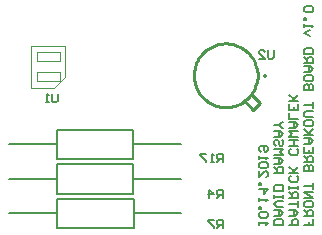
<source format=gbo>
%FSTAX23Y23*%
%MOIN*%
%SFA1B1*%

%IPPOS*%
%ADD10C,0.007870*%
%ADD11C,0.003940*%
%ADD12C,0.010000*%
%ADD14C,0.006000*%
%LNfront_flex_dev_board-1*%
%LPD*%
G54D10*
X00586Y00224D02*
X00842D01*
X00586Y00125D02*
Y00224D01*
Y00125D02*
X00842D01*
Y00224*
Y00175D02*
X01002D01*
X00427D02*
X00586D01*
X00587Y0001D02*
X00843D01*
Y00109*
X00587D02*
X00843D01*
X00587Y0001D02*
Y00109D01*
X00427Y0006D02*
X00587D01*
X00843D02*
X01002D01*
X00586Y00339D02*
X00842D01*
X00586Y0024D02*
Y00339D01*
Y0024D02*
X00842D01*
Y00339*
Y0029D02*
X01002D01*
X00427D02*
X00586D01*
G54D11*
X00521Y00532D02*
X00596D01*
X00596Y005D02*
Y00531D01*
X00521Y005D02*
X00596D01*
X00521D02*
Y00532D01*
X0052Y00566D02*
Y00598D01*
Y00566D02*
X00596D01*
Y00597*
X00595Y00598D02*
X00596Y00597D01*
X0052Y00598D02*
X00595D01*
X005Y00476D02*
Y00618D01*
Y00476D02*
X00577D01*
X00614Y00513*
Y00618*
X00614Y00618D02*
X00614Y00618D01*
X005Y00618D02*
X00614D01*
G54D12*
X01256Y0052D02*
D01*
X01256Y00527*
X01255Y00534*
X01253Y00542*
X01252Y00549*
X01249Y00556*
X01247Y00563*
X01243Y00569*
X0124Y00576*
X01235Y00582*
X01231Y00588*
X01226Y00593*
X01221Y00598*
X01215Y00603*
X01209Y00608*
X01203Y00612*
X01196Y00615*
X01189Y00618*
X01182Y00621*
X01175Y00623*
X01168Y00624*
X01161Y00625*
X01153Y00626*
X01146*
X01138Y00625*
X01131Y00624*
X01124Y00623*
X01117Y00621*
X0111Y00618*
X01103Y00615*
X01096Y00612*
X0109Y00608*
X01084Y00603*
X01078Y00598*
X01073Y00593*
X01068Y00588*
X01064Y00582*
X01059Y00576*
X01056Y00569*
X01052Y00563*
X0105Y00556*
X01047Y00549*
X01046Y00542*
X01044Y00534*
X01043Y00527*
X01043Y0052*
X01043Y00512*
X01044Y00505*
X01046Y00497*
X01047Y0049*
X0105Y00483*
X01052Y00476*
X01056Y0047*
X01059Y00463*
X01064Y00457*
X01068Y00451*
X01073Y00446*
X01078Y00441*
X01084Y00436*
X0109Y00431*
X01096Y00427*
X01103Y00424*
X0111Y00421*
X01117Y00418*
X01124Y00416*
X01131Y00415*
X01138Y00414*
X01146Y00413*
X01153*
X01161Y00414*
X01168Y00415*
X01175Y00416*
X01182Y00418*
X01189Y00421*
X01196Y00424*
X01203Y00427*
X01209Y00431*
X01215Y00436*
X01221Y00441*
X01226Y00446*
X01231Y00451*
X01235Y00457*
X0124Y00463*
X01243Y0047*
X01247Y00476*
X01249Y00483*
X01252Y0049*
X01253Y00497*
X01255Y00505*
X01256Y00512*
X01256Y0052*
X01281Y00519D02*
D01*
X01281Y00519*
X01281Y00519*
X01281Y0052*
X01281Y0052*
X01281Y0052*
X01281Y0052*
X01281Y0052*
X01281Y0052*
X01281Y0052*
X01281Y0052*
X01281Y0052*
X01281Y0052*
X01281Y0052*
X01281Y0052*
X01281Y0052*
X01281Y0052*
X01281Y0052*
X01281Y00521*
X01281Y00521*
X0128Y00521*
X0128Y00521*
X0128Y00521*
X0128*
X0128Y00521*
X0128Y00521*
X0128Y00521*
X0128Y00521*
X0128Y0052*
X0128Y0052*
X0128Y0052*
X01279Y0052*
X01279Y0052*
X01279Y0052*
X01279Y0052*
X01279Y0052*
X01279Y0052*
X01279Y0052*
X01279Y0052*
X01279Y0052*
X01279Y0052*
X01279Y0052*
X01279Y0052*
X01279Y00519*
X01279Y00519*
X01279Y00519*
X01279Y00519*
X01279Y00519*
X01279Y00519*
X01279Y00519*
X01279Y00519*
X01279Y00519*
X01279Y00519*
X01279Y00519*
X01279Y00519*
X01279Y00518*
X01279Y00518*
X01279Y00518*
X01279Y00518*
X01279Y00518*
X0128Y00518*
X0128Y00518*
X0128Y00518*
X0128Y00518*
X0128Y00518*
X0128Y00518*
X0128Y00518*
X0128Y00518*
X0128*
X0128Y00518*
X0128Y00518*
X01281Y00518*
X01281Y00518*
X01281Y00518*
X01281Y00518*
X01281Y00518*
X01281Y00518*
X01281Y00518*
X01281Y00518*
X01281Y00518*
X01281Y00518*
X01281Y00519*
X01281Y00519*
X01281Y00519*
X01281Y00519*
X01281Y00519*
X01281Y00519*
X01281Y00519*
X01281Y00519*
X01281Y00519*
X01281Y00519*
X01213Y00434D02*
X01242Y00405D01*
X01265Y00428*
X01239Y00455D02*
X01265Y00428D01*
G54D14*
X01442Y0004D02*
Y00021D01*
X01427*
Y00031*
Y00021*
X01412*
Y0005D02*
X01442D01*
Y00065*
X01437Y0007*
X01427*
X01422Y00065*
Y0005*
Y0006D02*
X01412Y0007D01*
X01442Y00095D02*
Y00085D01*
X01437Y0008*
X01417*
X01412Y00085*
Y00095*
X01417Y001*
X01437*
X01442Y00095*
X01412Y0011D02*
X01442D01*
X01412Y0013*
X01442*
Y0014D02*
Y0016D01*
Y0015*
X01412*
X01442Y002D02*
X01412D01*
Y00215*
X01417Y0022*
X01422*
X01427Y00215*
Y002*
Y00215*
X01432Y0022*
X01437*
X01442Y00215*
Y002*
X01412Y0023D02*
X01442D01*
Y00245*
X01437Y0025*
X01427*
X01422Y00245*
Y0023*
Y0024D02*
X01412Y0025D01*
X01442Y0028D02*
Y0026D01*
X01412*
Y0028*
X01427Y0026D02*
Y0027D01*
X01412Y0029D02*
X01432D01*
X01442Y003*
X01432Y0031*
X01412*
X01427*
Y0029*
X01442Y0032D02*
X01412D01*
X01422*
X01442Y0034*
X01427Y00325*
X01412Y0034*
X01442Y00365D02*
Y00355D01*
X01437Y0035*
X01417*
X01412Y00355*
Y00365*
X01417Y0037*
X01437*
X01442Y00365*
Y0038D02*
X01417D01*
X01412Y00385*
Y00395*
X01417Y004*
X01442*
Y0041D02*
Y0043D01*
Y0042*
X01412*
X01442Y0047D02*
X01412D01*
Y00485*
X01417Y0049*
X01422*
X01427Y00485*
Y0047*
Y00485*
X01432Y0049*
X01437*
X01442Y00485*
Y0047*
Y00515D02*
Y00505D01*
X01437Y005*
X01417*
X01412Y00505*
Y00515*
X01417Y0052*
X01437*
X01442Y00515*
X01412Y0053D02*
X01432D01*
X01442Y0054*
X01432Y0055*
X01412*
X01427*
Y0053*
X01412Y0056D02*
X01442D01*
Y00575*
X01437Y0058*
X01427*
X01422Y00575*
Y0056*
Y0057D02*
X01412Y0058D01*
X01442Y0059D02*
X01412D01*
Y00605*
X01417Y0061*
X01437*
X01442Y00605*
Y0059*
X01432Y0065D02*
X01412Y0066D01*
X01432Y0067*
X01412Y0068D02*
Y0069D01*
Y00685*
X01442*
X01437Y0068*
X01412Y00705D02*
X01417D01*
Y0071*
X01412*
Y00705*
X01437Y0073D02*
X01442Y00735D01*
Y00745*
X01437Y0075*
X01417*
X01412Y00745*
Y00735*
X01417Y0073*
X01437*
X01361Y00021D02*
X01391D01*
Y00035*
X01386Y0004*
X01376*
X01371Y00035*
Y00021*
X01361Y0005D02*
X01381D01*
X01391Y0006*
X01381Y0007*
X01361*
X01376*
Y0005*
X01391Y0008D02*
Y001D01*
Y0009*
X01361*
Y0011D02*
X01391D01*
Y00125*
X01386Y0013*
X01376*
X01371Y00125*
Y0011*
Y0012D02*
X01361Y0013D01*
X01391Y0014D02*
Y0015D01*
Y00145*
X01361*
Y0014*
Y0015*
X01386Y00185D02*
X01391Y0018D01*
Y0017*
X01386Y00165*
X01366*
X01361Y0017*
Y0018*
X01366Y00185*
X01391Y00195D02*
X01361D01*
X01371*
X01391Y00215*
X01376Y002*
X01361Y00215*
X01386Y00275D02*
X01391Y0027D01*
Y0026*
X01386Y00255*
X01366*
X01361Y0026*
Y0027*
X01366Y00275*
X01391Y00285D02*
X01361D01*
X01376*
Y00305*
X01391*
X01361*
X01391Y00315D02*
X01361D01*
X01371Y00325*
X01361Y00335*
X01391*
X01361Y00345D02*
X01381D01*
X01391Y00355*
X01381Y00365*
X01361*
X01376*
Y00345*
X01391Y00375D02*
X01361D01*
Y00395*
X01391Y00425D02*
Y00405D01*
X01361*
Y00425*
X01376Y00405D02*
Y00415D01*
X01391Y00435D02*
X01361D01*
X01371*
X01391Y00455*
X01376Y0044*
X01361Y00455*
X01341Y00021D02*
X01311D01*
Y00035*
X01316Y0004*
X01336*
X01341Y00035*
Y00021*
X01311Y0005D02*
X01331D01*
X01341Y0006*
X01331Y0007*
X01311*
X01326*
Y0005*
X01341Y0008D02*
X01321D01*
X01311Y0009*
X01321Y001*
X01341*
Y0011D02*
Y0012D01*
Y00115*
X01311*
Y0011*
Y0012*
X01341Y00135D02*
X01311D01*
Y0015*
X01316Y00155*
X01336*
X01341Y0015*
Y00135*
X01311Y00195D02*
X01341D01*
Y0021*
X01336Y00215*
X01326*
X01321Y0021*
Y00195*
Y00205D02*
X01311Y00215D01*
Y00225D02*
X01331D01*
X01341Y00235*
X01331Y00245*
X01311*
X01326*
Y00225*
X01311Y00255D02*
X01341D01*
X01331Y00265*
X01341Y00275*
X01311*
X01336Y00305D02*
X01341Y003D01*
Y0029*
X01336Y00285*
X01331*
X01326Y0029*
Y003*
X01321Y00305*
X01316*
X01311Y003*
Y0029*
X01316Y00285*
X01311Y00315D02*
X01331D01*
X01341Y00325*
X01331Y00335*
X01311*
X01326*
Y00315*
X01341Y00345D02*
X01336D01*
X01326Y00355*
X01336Y00365*
X01341*
X01326Y00355D02*
X01311D01*
X01261Y00021D02*
Y00031D01*
Y00026*
X0129*
X01285Y00021*
Y00045D02*
X0129Y0005D01*
Y0006*
X01285Y00065*
X01266*
X01261Y0006*
Y0005*
X01266Y00045*
X01285*
X01261Y00075D02*
X01266D01*
Y0008*
X01261*
Y00075*
Y001D02*
Y0011D01*
Y00105*
X0129*
X01285Y001*
X01261Y0014D02*
X0129D01*
X01276Y00125*
Y00145*
X01261Y00155D02*
X01266D01*
Y0016*
X01261*
Y00155*
Y002D02*
Y0018D01*
X0128Y002*
X01285*
X0129Y00195*
Y00185*
X01285Y0018*
Y0021D02*
X0129Y00215D01*
Y00225*
X01285Y0023*
X01266*
X01261Y00225*
Y00215*
X01266Y0021*
X01285*
X01261Y0024D02*
Y0025D01*
Y00245*
X0129*
X01285Y0024*
X01266Y00265D02*
X01261Y0027D01*
Y0028*
X01266Y00285*
X01285*
X0129Y0028*
Y0027*
X01285Y00265*
X0128*
X01276Y0027*
Y00285*
X0114Y0023D02*
Y00259D01*
X01125*
X0112Y00254*
Y00244*
X01125Y0024*
X0114*
X0113D02*
X0112Y0023D01*
X0111D02*
X011D01*
X01105*
Y00259*
X0111Y00254*
X01085Y00259D02*
X01065D01*
Y00254*
X01085Y00235*
Y0023*
X0114Y0001D02*
Y00039D01*
X01125*
X0112Y00034*
Y00024*
X01125Y0002*
X0114*
X0113D02*
X0112Y0001D01*
X0111Y00039D02*
X0109D01*
Y00034*
X0111Y00015*
Y0001*
X0114Y0011D02*
Y00139D01*
X01125*
X0112Y00134*
Y00125*
X01125Y0012*
X0114*
X0113D02*
X0112Y0011D01*
X01095D02*
Y00139D01*
X0111Y00125*
X0109*
X0131Y00604D02*
Y0058D01*
X01305Y00575*
X01295*
X0129Y0058*
Y00604*
X0126Y00575D02*
X0128D01*
X0126Y00594*
Y00599*
X01265Y00604*
X01275*
X0128Y00599*
X0059Y00459D02*
Y00435D01*
X00585Y0043*
X00575*
X0057Y00435*
Y00459*
X0056Y0043D02*
X0055D01*
X00555*
Y00459*
X0056Y00454*
M02*
</source>
